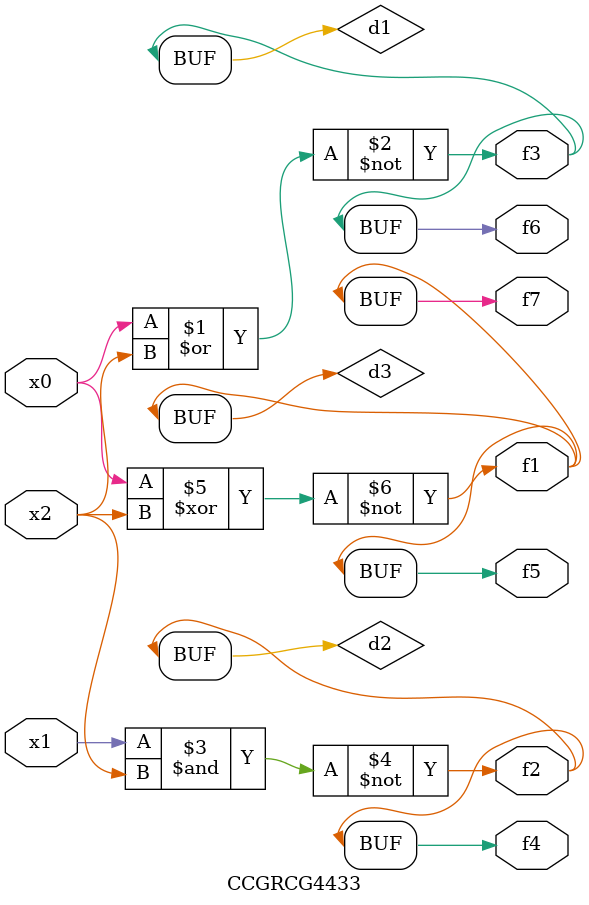
<source format=v>
module CCGRCG4433(
	input x0, x1, x2,
	output f1, f2, f3, f4, f5, f6, f7
);

	wire d1, d2, d3;

	nor (d1, x0, x2);
	nand (d2, x1, x2);
	xnor (d3, x0, x2);
	assign f1 = d3;
	assign f2 = d2;
	assign f3 = d1;
	assign f4 = d2;
	assign f5 = d3;
	assign f6 = d1;
	assign f7 = d3;
endmodule

</source>
